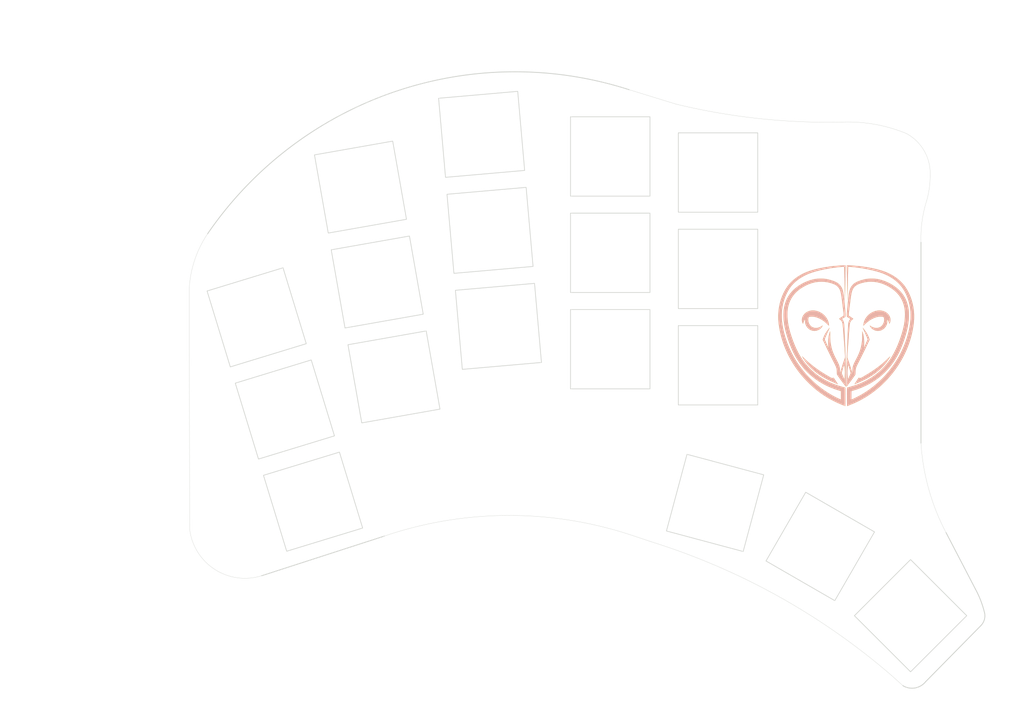
<source format=kicad_pcb>
(kicad_pcb (version 20211014) (generator pcbnew)
  (title_block (title "board") (rev "v1.0.0") (company "Unknown"))
  (layers (0 "F.Cu" signal) (31 "B.Cu" signal) (34 "B.Paste" user) (35 "F.Paste" user) (36 "B.SilkS" user "B.Silkscreen") (37 "F.SilkS" user "F.Silkscreen") (38 "B.Mask" user) (39 "F.Mask" user) (44 "Edge.Cuts" user))
  (net 0 "")
  (net 1 "GND")
  (footprint "Library:PG1350" (layer "F.Cu") (at 152.428645 -41.360213 150)
    (fp_text reference "S34" hide)
    (fp_text value "" hide)
    (fp_rect (start -7 -7) (end 7 7) (layer "Edge.Cuts") (width 0.12) (fill none))
  )
  (footprint "Library:PG1350" (layer "F.Cu") (at 77.291148 -71.261603 -170)
    (fp_text reference "S8" hide)
    (fp_text value "" hide)
    (fp_rect (start -7 -7) (end 7 7) (layer "Edge.Cuts") (width 0.12) (fill none))
  )
  (footprint "mounting holes:MountingHole_3.2mm_M3" (layer "F.Cu") (at 167.2 -107)
    (fp_text reference "REF**" hide)
    (fp_text value "MountingHole_3.2mm_M3")
    (pad "" np_thru_hole circle locked (at 0 0) (size 3.2 3.2) (drill 3.2) (layers *.Cu *.Mask))
  )
  (footprint "Library:PG1350" (layer "F.Cu") (at 95.703291 -80.178857 -175)
    (fp_text reference "S14" hide)
    (fp_text value "" hide)
    (fp_rect (start -7 -7) (end 7 7) (layer "Edge.Cuts") (width 0.12) (fill none))
  )
  (footprint "LOGO" (layer "F.Cu") (at 157 -78.4)
    (fp_text reference "G***" hide)
    (fp_text value "LOGO" hide)
  )
  (footprint "Library:PG1350" (layer "F.Cu") (at 115.411087 -76.149816 180)
    (fp_text reference "S20" hide)
    (fp_text value "" hide)
    (fp_rect (start -7 -7) (end 7 7) (layer "Edge.Cuts") (width 0.12) (fill none))
  )
  (footprint "Library:PG1350" (layer "F.Cu") (at 134.411087 -90.316483 180)
    (fp_text reference "S28" hide)
    (fp_text value "" hide)
    (fp_rect (start -7 -7) (end 7 7) (layer "Edge.Cuts") (width 0.12) (fill none))
  )
  (footprint "Library:PG1350" (layer "F.Cu") (at 134.411087 -73.316483 180)
    (fp_text reference "S26" hide)
    (fp_text value "" hide)
    (fp_rect (start -7 -7) (end 7 7) (layer "Edge.Cuts") (width 0.12) (fill none))
  )
  (footprint "mounting holes:MountingHole_3.2mm_M3" (layer "F.Cu") (at 47.6 -93.6)
    (fp_text reference "REF**" hide)
    (fp_text value "MountingHole_3.2mm_M3")
    (pad "" np_thru_hole circle locked (at 0 0) (size 3.2 3.2) (drill 3.2) (layers *.Cu *.Mask))
  )
  (footprint "Library:PG1350" (layer "F.Cu") (at 63.029681 -49.257181 -163)
    (fp_text reference "S2" hide)
    (fp_text value "" hide)
    (fp_rect (start -7 -7) (end 7 7) (layer "Edge.Cuts") (width 0.12) (fill none))
  )
  (footprint "Library:PG1350" (layer "F.Cu") (at 168.347243 -29.145444 135)
    (fp_text reference "S36" hide)
    (fp_text value "" hide)
    (fp_rect (start -7 -7) (end 7 7) (layer "Edge.Cuts") (width 0.12) (fill none))
  )
  (footprint "Library:PG1350" (layer "F.Cu") (at 94.221643 -97.114167 -175)
    (fp_text reference "S16" hide)
    (fp_text value "" hide)
    (fp_rect (start -7 -7) (end 7 7) (layer "Edge.Cuts") (width 0.12) (fill none))
  )
  (footprint "Library:PG1350" (layer "F.Cu") (at 134.411087 -107.316483 180)
    (fp_text reference "S30" hide)
    (fp_text value "" hide)
    (fp_rect (start -7 -7) (end 7 7) (layer "Edge.Cuts") (width 0.12) (fill none))
  )
  (footprint "Library:PG1350" (layer "F.Cu") (at 115.411087 -110.149816 180)
    (fp_text reference "S24" hide)
    (fp_text value "" hide)
    (fp_rect (start -7 -7) (end 7 7) (layer "Edge.Cuts") (width 0.12) (fill none))
  )
  (footprint "Library:PG1350" (layer "F.Cu") (at 58.059362 -65.514362 -163)
    (fp_text reference "S4" hide)
    (fp_text value "" hide)
    (fp_rect (start -7 -7) (end 7 7) (layer "Edge.Cuts") (width 0.12) (fill none))
  )
  (footprint "Library:PG1350" (layer "F.Cu") (at 74.339129 -88.003335 -170)
    (fp_text reference "S10" hide)
    (fp_text value "" hide)
    (fp_rect (start -7 -7) (end 7 7) (layer "Edge.Cuts") (width 0.12) (fill none))
  )
  (footprint "mounting holes:MountingHole_3.2mm_M3" (layer "F.Cu") (at 167.2 -48.2)
    (fp_text reference "REF**" hide)
    (fp_text value "MountingHole_3.2mm_M3")
    (pad "" np_thru_hole circle locked (at 0 0) (size 3.2 3.2) (drill 3.2) (layers *.Cu *.Mask))
  )
  (footprint "Library:PG1350" (layer "F.Cu") (at 115.411087 -93.149816 180)
    (fp_text reference "S22" hide)
    (fp_text value "" hide)
    (fp_rect (start -7 -7) (end 7 7) (layer "Edge.Cuts") (width 0.12) (fill none))
  )
  (footprint "Library:PG1350" (layer "F.Cu") (at 133.891046 -49.038738 165)
    (fp_text reference "S32" hide)
    (fp_text value "" hide)
    (fp_rect (start -7 -7) (end 7 7) (layer "Edge.Cuts") (width 0.12) (fill none))
  )
  (footprint "Library:PG1350" (layer "F.Cu") (at 71.38711 -104.745067 -170)
    (fp_text reference "S12" hide)
    (fp_text value "" hide)
    (fp_rect (start -7 -7) (end 7 7) (layer "Edge.Cuts") (width 0.12) (fill none))
  )
  (footprint "mounting holes:MountingHole_3.2mm_M3" (layer "F.Cu") (at 47.6 -53.6)
    (fp_text reference "REF**" hide)
    (fp_text value "MountingHole_3.2mm_M3")
    (pad "" np_thru_hole circle locked (at 0 0) (size 3.2 3.2) (drill 3.2) (layers *.Cu *.Mask))
  )
  (footprint "Library:PG1350" (layer "F.Cu") (at 53.089043 -81.771543 -163)
    (fp_text reference "S6" hide)
    (fp_text value "" hide)
    (fp_rect (start -7 -7) (end 7 7) (layer "Edge.Cuts") (width 0.12) (fill none))
  )
  (footprint "Library:PG1350" (layer "F.Cu") (at 92.739996 -114.049477 -175)
    (fp_text reference "S18" hide)
    (fp_text value "" hide)
    (fp_rect (start -7 -7) (end 7 7) (layer "Edge.Cuts") (width 0.12) (fill none))
  )
  (footprint "LOGO" (layer "B.Cu") (at 157 -78.4 180)
    (fp_text reference "G***" hide)
    (fp_text value "LOGO" hide)
  )
  (gr_line (start 41.20834 -86.995) (end 41.275 -44.45) (layer "Edge.Cuts") (width 0.05))
  (gr_arc (start 181.4 -29.6) (mid 181.338092 -28.404194) (end 180.721611 -27.377677) (layer "Edge.Cuts") (width 0.15))
  (gr_arc (start 179.8 -33.8) (mid 180.739347 -31.753085) (end 181.4 -29.6) (layer "Edge.Cuts") (width 0.15))
  (gr_line (start 174.6 -43.8) (end 179.8 -33.8) (layer "Edge.Cuts") (width 0.15))
  (gr_arc (start 167.6 -114.2) (mid 170.766348 -111.105224) (end 171.8 -106.8) (layer "Edge.Cuts") (width 0.05))
  (gr_line (start 53.975 -36.195) (end 75.565 -43.18) (layer "Edge.Cuts") (width 0.15))
  (gr_line (start 119 -43.4) (end 122.6 -42.2) (layer "Edge.Cuts") (width 0.05))
  (gr_arc (start 171.8 -106.8) (mid 171.653249 -104.579102) (end 171.2 -102.4) (layer "Edge.Cuts") (width 0.05))
  (gr_arc (start 174.6 -43.8) (mid 171.552419 -51.465689) (end 170.18 -59.6) (layer "Edge.Cuts") (width 0.05))
  (gr_arc (start 53.975 -36.195) (mid 45.680307 -37.330665) (end 41.275 -44.45) (layer "Edge.Cuts") (width 0.05))
  (gr_line (start 167 -16.8) (end 165 -18.6) (layer "Edge.Cuts") (width 0.05))
  (gr_arc (start 156.21 -116.205) (mid 162.013857 -115.820892) (end 167.6 -114.2) (layer "Edge.Cuts") (width 0.05))
  (gr_arc (start 75.565 -43.18) (mid 97.264578 -46.828357) (end 119 -43.4) (layer "Edge.Cuts") (width 0.05))
  (gr_arc (start 170.18 -95) (mid 170.377461 -98.74308) (end 171.2 -102.4) (layer "Edge.Cuts") (width 0.05))
  (gr_arc (start 41.20834 -86.995) (mid 42.196557 -91.972798) (end 44.45 -96.52) (layer "Edge.Cuts") (width 0.05))
  (gr_line (start 171 -17.5) (end 180.721611 -27.377677) (layer "Edge.Cuts") (width 0.15))
  (gr_arc (start 156.21 -116.205) (mid 141.502244 -116.847149) (end 127 -119.38) (layer "Edge.Cuts") (width 0.05))
  (gr_arc (start 122.6 -42.2) (mid 145.014624 -32.582201) (end 165 -18.6) (layer "Edge.Cuts") (width 0.05))
  (gr_arc (start 171 -17.5) (mid 169.131116 -16.400762) (end 167 -16.8) (layer "Edge.Cuts") (width 0.15))
  (gr_arc (start 44.45 -96.52) (mid 77.381253 -121.552521) (end 118.745 -121.92) (layer "Edge.Cuts") (width 0.15))
  (gr_line (start 170.18 -59.6) (end 170.18 -95) (layer "Edge.Cuts") (width 0.15))
  (gr_line (start 118.745 -121.92) (end 127 -119.38) (layer "Edge.Cuts") (width 0.05))
)
</source>
